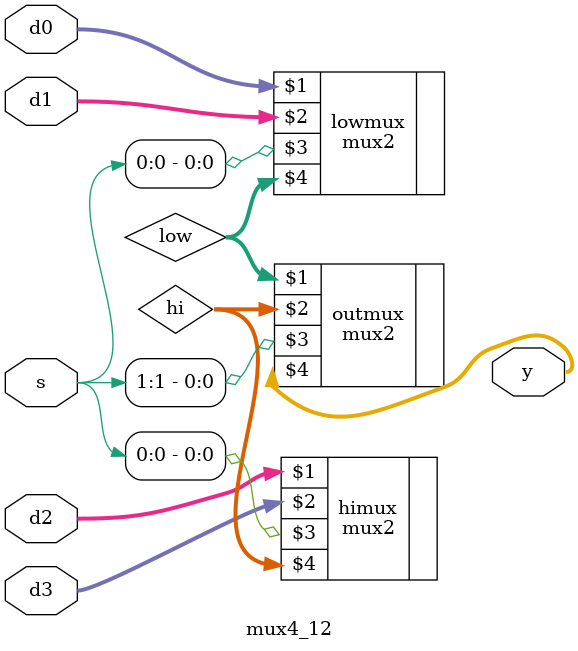
<source format=sv>
module mux4_12 (
  input   logic [11:0] d0, d1, d2, d3,
  input   logic [1:0]  s,
  output  logic [11:0] y
);

  logic [11:0] low, hi;

  mux2 #(12) lowmux (
    d0,
    d1,
    s[0],
    low
  );
  
  mux2 #(12) himux (
    d2,
    d3,
    s[0],
    hi
  );

  mux2 #(12) outmux (
    low,
    hi,
    s[1],
    y
  );

  `ifdef  COCOTB_SIM 
  initial
   begin
      $dumpfile("wave_sv.vcd");
      $dumpvars(
        0,
        d0, d1, d2, d3,
        s,
        y
      );
      #5;
   end
   `endif

endmodule

</source>
